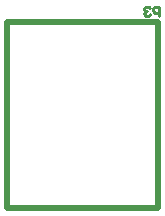
<source format=gbr>
%TF.GenerationSoftware,Altium Limited,Altium Designer,24.2.2 (26)*%
G04 Layer_Color=32896*
%FSLAX45Y45*%
%MOMM*%
%TF.SameCoordinates,D31C6D6D-B6E9-44EC-8E0F-9CDDCF0E9FEB*%
%TF.FilePolarity,Positive*%
%TF.FileFunction,Legend,Bot*%
%TF.Part,Single*%
G01*
G75*
%TA.AperFunction,NonConductor*%
%ADD70C,0.25400*%
%ADD74C,0.51200*%
D70*
X6263619Y4013212D02*
Y4089388D01*
X6225532D01*
X6212836Y4076692D01*
Y4051300D01*
X6225532Y4038604D01*
X6263619D01*
X6187444Y4076692D02*
X6174748Y4089388D01*
X6149356D01*
X6136661Y4076692D01*
Y4063996D01*
X6149356Y4051300D01*
X6162052D01*
X6149356D01*
X6136661Y4038604D01*
Y4025908D01*
X6149356Y4013212D01*
X6174748D01*
X6187444Y4025908D01*
D74*
X4973400Y3962000D02*
X6253400D01*
X4973400Y2388000D02*
X6253400D01*
Y3962000D01*
X4973400Y2388000D02*
Y3962000D01*
%TF.MD5,9927414146a4b40a7a568f497a144b01*%
M02*

</source>
